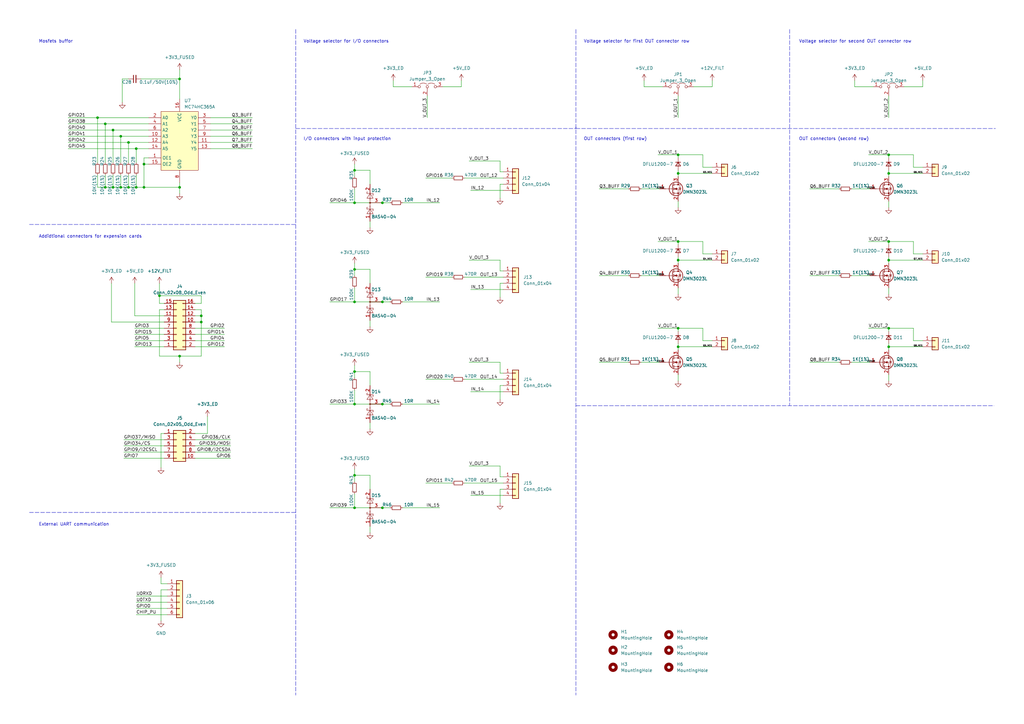
<source format=kicad_sch>
(kicad_sch (version 20211123) (generator eeschema)
  (paper "A3")
  (title_block (date "2024-01-29") (rev "0.1"))
  (lib_symbols
    (symbol "+3V3_ED_1" (power) (in_bom no) (on_board no)
      (property "Value" "+3V3_ED_1" (at 0 5.08 0))
      (symbol "+3V3_ED_1_1_1"
        (pin power_in line (at 0 0 90) (length 0) hide (name "+3V3_ED") (number "1"))
      )
    )
    (symbol "Connector_Generic:Conn_01x02" (pin_names (offset 1.016) hide)
      (property "Reference" "J" (at 0 2.54 0))
      (property "Value" "Conn_01x02" (at 0 -5.08 0))
      (symbol "Conn_01x02_1_1"
        (pin passive line (at -5.08 0 0) (length 3.81) (name "Pin_1") (number "1"))
        (pin passive line (at -5.08 -2.54 0) (length 3.81) (name "Pin_2") (number "2"))
      )
    )
    (symbol "Connector_Generic:Conn_01x04" (pin_names (offset 1.016) hide)
      (property "Reference" "J" (at 0 5.08 0))
      (property "Value" "Conn_01x04" (at 0 -7.62 0))
      (symbol "Conn_01x04_1_1"
        (pin passive line (at -5.08 2.54 0) (length 3.81) (name "Pin_1") (number "1"))
        (pin passive line (at -5.08 0 0) (length 3.81) (name "Pin_2") (number "2"))
        (pin passive line (at -5.08 -2.54 0) (length 3.81) (name "Pin_3") (number "3"))
        (pin passive line (at -5.08 -5.08 0) (length 3.81) (name "Pin_4") (number "4"))
      )
    )
    (symbol "Connector_Generic:Conn_01x06" (pin_names (offset 1.016) hide)
      (property "Reference" "J" (at 0 7.62 0))
      (property "Value" "Conn_01x06" (at 0 -10.16 0))
      (symbol "Conn_01x06_1_1"
        (pin passive line (at -5.08 5.08 0) (length 3.81) (name "Pin_1") (number "1"))
        (pin passive line (at -5.08 2.54 0) (length 3.81) (name "Pin_2") (number "2"))
        (pin passive line (at -5.08 0 0) (length 3.81) (name "Pin_3") (number "3"))
        (pin passive line (at -5.08 -2.54 0) (length 3.81) (name "Pin_4") (number "4"))
        (pin passive line (at -5.08 -5.08 0) (length 3.81) (name "Pin_5") (number "5"))
        (pin passive line (at -5.08 -7.62 0) (length 3.81) (name "Pin_6") (number "6"))
      )
    )
    (symbol "Connector_Generic:Conn_02x05_Odd_Even" (pin_names (offset 1.016) hide)
      (property "Reference" "J" (at 1.27 7.62 0))
      (property "Value" "Conn_02x05_Odd_Even" (at 1.27 -7.62 0))
      (symbol "Conn_02x05_Odd_Even_1_1"
        (pin passive line (at -5.08 5.08 0) (length 3.81) (name "Pin_1") (number "1"))
        (pin passive line (at 7.62 -5.08 180) (length 3.81) (name "Pin_10") (number "10"))
        (pin passive line (at 7.62 5.08 180) (length 3.81) (name "Pin_2") (number "2"))
        (pin passive line (at -5.08 2.54 0) (length 3.81) (name "Pin_3") (number "3"))
        (pin passive line (at 7.62 2.54 180) (length 3.81) (name "Pin_4") (number "4"))
        (pin passive line (at -5.08 0 0) (length 3.81) (name "Pin_5") (number "5"))
        (pin passive line (at 7.62 0 180) (length 3.81) (name "Pin_6") (number "6"))
        (pin passive line (at -5.08 -2.54 0) (length 3.81) (name "Pin_7") (number "7"))
        (pin passive line (at 7.62 -2.54 180) (length 3.81) (name "Pin_8") (number "8"))
        (pin passive line (at -5.08 -5.08 0) (length 3.81) (name "Pin_9") (number "9"))
      )
    )
    (symbol "Connector_Generic:Conn_02x08_Odd_Even" (pin_names (offset 1.016) hide)
      (property "Reference" "J" (at 1.27 10.16 0))
      (property "Value" "Conn_02x08_Odd_Even" (at 1.27 -12.7 0))
      (symbol "Conn_02x08_Odd_Even_1_1"
        (pin passive line (at -5.08 7.62 0) (length 3.81) (name "Pin_1") (number "1"))
        (pin passive line (at 7.62 -2.54 180) (length 3.81) (name "Pin_10") (number "10"))
        (pin passive line (at -5.08 -5.08 0) (length 3.81) (name "Pin_11") (number "11"))
        (pin passive line (at 7.62 -5.08 180) (length 3.81) (name "Pin_12") (number "12"))
        (pin passive line (at -5.08 -7.62 0) (length 3.81) (name "Pin_13") (number "13"))
        (pin passive line (at 7.62 -7.62 180) (length 3.81) (name "Pin_14") (number "14"))
        (pin passive line (at -5.08 -10.16 0) (length 3.81) (name "Pin_15") (number "15"))
        (pin passive line (at 7.62 -10.16 180) (length 3.81) (name "Pin_16") (number "16"))
        (pin passive line (at 7.62 7.62 180) (length 3.81) (name "Pin_2") (number "2"))
        (pin passive line (at -5.08 5.08 0) (length 3.81) (name "Pin_3") (number "3"))
        (pin passive line (at 7.62 5.08 180) (length 3.81) (name "Pin_4") (number "4"))
        (pin passive line (at -5.08 2.54 0) (length 3.81) (name "Pin_5") (number "5"))
        (pin passive line (at 7.62 2.54 180) (length 3.81) (name "Pin_6") (number "6"))
        (pin passive line (at -5.08 0 0) (length 3.81) (name "Pin_7") (number "7"))
        (pin passive line (at 7.62 0 180) (length 3.81) (name "Pin_8") (number "8"))
        (pin passive line (at -5.08 -2.54 0) (length 3.81) (name "Pin_9") (number "9"))
      )
    )
    (symbol "Device:C_Small" (pin_numbers hide) (pin_names (offset 0.254) hide)
      (property "Reference" "C" (at 0.254 1.778 0))
      (property "Value" "C_Small" (at 0.254 -2.032 0))
      (symbol "C_Small_1_1"
        (pin passive line (at 0 2.54 270) (length 2.032) (name "~") (number "1"))
        (pin passive line (at 0 -2.54 90) (length 2.032) (name "~") (number "2"))
      )
    )
    (symbol "Device:D_Small" (pin_numbers hide) (pin_names (offset 0.254) hide)
      (property "Reference" "D" (at -1.27 2.032 0))
      (property "Value" "D_Small" (at -3.81 -2.032 0))
      (symbol "D_Small_1_1"
        (pin passive line (at -2.54 0 0) (length 1.778) (name "K") (number "1"))
        (pin passive line (at 2.54 0 180) (length 1.778) (name "A") (number "2"))
      )
    )
    (symbol "Device:R_Small" (pin_numbers hide) (pin_names (offset 0.254) hide)
      (property "Reference" "R" (at 0.762 0.508 0))
      (property "Value" "R_Small" (at 0.762 -1.016 0))
      (symbol "R_Small_1_1"
        (pin passive line (at 0 2.54 270) (length 0.762) (name "~") (number "1"))
        (pin passive line (at 0 -2.54 90) (length 0.762) (name "~") (number "2"))
      )
    )
    (symbol "Diode:BAS40-04" (pin_names (offset 1.016))
      (property "Reference" "D" (at 0.635 -1.27 0))
      (property "Value" "BAS40-04" (at -6.35 5.715 0))
      (symbol "BAS40-04_1_1"
        (pin passive line (at -7.62 2.54 0) (length 3.81) (name "~") (number "1"))
        (pin passive line (at 7.62 2.54 180) (length 3.81) (name "~") (number "2"))
        (pin passive line (at 0 -2.54 90) (length 5.08) (name "~") (number "3"))
      )
    )
    (symbol "Jumper:Jumper_3_Open" (pin_names (offset 0) hide)
      (property "Reference" "JP" (at -2.54 -2.54 0))
      (property "Value" "Jumper_3_Open" (at 0 2.794 0))
      (symbol "Jumper_3_Open_1_1"
        (pin passive line (at -6.35 0 0) (length 2.54) (name "A") (number "1"))
        (pin passive line (at 0 -3.81 90) (length 2.54) (name "C") (number "2"))
        (pin passive line (at 6.35 0 180) (length 2.54) (name "B") (number "3"))
      )
    )
    (symbol "MC74HC365A:MC74HC365A"
      (property "Reference" "U" (at 0 12.7 0))
      (property "Value" "MC74HC365A" (at 0 10.16 0))
      (symbol "MC74HC365A_1_1"
        (pin input line (at -12.7 -16.51 0) (length 5.08) (name "OE1") (number "1"))
        (pin input line (at -12.7 -7.62 0) (length 5.08) (name "A3") (number "10"))
        (pin input line (at 12.7 -10.16 180) (length 5.08) (name "Y4") (number "11"))
        (pin input line (at -12.7 -10.16 0) (length 5.08) (name "A4") (number "12"))
        (pin input line (at 12.7 -12.7 180) (length 5.08) (name "Y5") (number "13"))
        (pin input line (at -12.7 -12.7 0) (length 5.08) (name "A5") (number "14"))
        (pin input line (at -12.7 -19.05 0) (length 5.08) (name "OE2") (number "15"))
        (pin input line (at 0 7.62 270) (length 5.08) (name "VCC") (number "16"))
        (pin input line (at -12.7 0 0) (length 5.08) (name "A0") (number "2"))
        (pin input line (at 12.7 0 180) (length 5.08) (name "Y0") (number "3"))
        (pin input line (at -12.7 -2.54 0) (length 5.08) (name "A1") (number "4"))
        (pin input line (at 12.7 -2.54 180) (length 5.08) (name "Y1") (number "5"))
        (pin input line (at -12.7 -5.08 0) (length 5.08) (name "A2") (number "6"))
        (pin input line (at 12.7 -5.08 180) (length 5.08) (name "Y2") (number "7"))
        (pin input line (at 0 -26.67 90) (length 5.08) (name "GND") (number "8"))
        (pin input line (at 12.7 -7.62 180) (length 5.08) (name "Y3") (number "9"))
      )
    )
    (symbol "Mechanical:MountingHole" (pin_names (offset 1.016))
      (property "Reference" "H" (at 0 5.08 0))
      (property "Value" "MountingHole" (at 0 3.175 0))
    )
    (symbol "POWER:+12V_FILT" (power) (in_bom no) (on_board no)
      (property "Value" "+12V_FILT" (at 0 6.35 0))
      (symbol "+12V_FILT_1_1"
        (pin power_in line (at 0 0 90) (length 0) hide (name "+12V_FILT") (number "1"))
      )
    )
    (symbol "POWER:+3V3_FUSED" (power) (in_bom no) (on_board no)
      (property "Value" "+3V3_FUSED" (at 0 5.08 0))
      (symbol "+3V3_FUSED_1_1"
        (pin power_in line (at 0 0 90) (length 0) hide (name "+3V3_FUSED") (number "1"))
      )
    )
    (symbol "POWER:+5V_ED" (power) (in_bom no) (on_board no)
      (property "Value" "+5V_ED" (at 0 5.08 0))
      (symbol "+5V_ED_1_1"
        (pin power_in line (at 0 0 90) (length 0) hide (name "+5V_ED") (number "1"))
      )
    )
    (symbol "Transistor_FET:2N7002" (pin_names hide)
      (property "Reference" "Q" (at 5.08 1.905 0))
      (property "Value" "2N7002" (at 5.08 0 0))
      (symbol "2N7002_1_1"
        (pin input line (at -5.08 0 0) (length 2.54) (name "G") (number "1"))
        (pin passive line (at 2.54 -5.08 90) (length 2.54) (name "S") (number "2"))
        (pin passive line (at 2.54 5.08 270) (length 2.54) (name "D") (number "3"))
      )
    )
    (symbol "power:GND" (power) (pin_names (offset 0))
      (property "Value" "GND" (at 0 -3.81 0))
      (symbol "GND_1_1"
        (pin power_in line (at 0 0 270) (length 0) hide (name "GND") (number "1"))
      )
    )
  )
  (junction (at 46.355 53.34))
  (junction (at 55.88 76.835))
  (junction (at 145.415 69.85))
  (junction (at 82.55 129.54))
  (junction (at 52.705 58.42))
  (junction (at 278.13 134.62))
  (junction (at 55.88 60.96))
  (junction (at 278.13 142.24))
  (junction (at 73.66 32.385))
  (junction (at 49.53 76.835))
  (junction (at 40.005 48.26))
  (junction (at 49.53 55.88))
  (junction (at 364.49 134.62))
  (junction (at 278.13 106.68))
  (junction (at 364.49 106.68))
  (junction (at 364.49 99.06))
  (junction (at 278.13 63.5))
  (junction (at 145.415 165.735))
  (junction (at 65.405 121.285))
  (junction (at 145.415 152.4))
  (junction (at 145.415 83.185))
  (junction (at 156.845 165.735))
  (junction (at 145.415 110.49))
  (junction (at 145.415 194.945))
  (junction (at 52.705 76.835))
  (junction (at 156.845 123.825))
  (junction (at 278.13 99.06))
  (junction (at 364.49 142.24))
  (junction (at 364.49 63.5))
  (junction (at 364.49 71.12))
  (junction (at 82.55 132.08))
  (junction (at 145.415 208.28))
  (junction (at 156.845 83.185))
  (junction (at 73.66 146.05))
  (junction (at 59.055 67.31))
  (junction (at 59.055 76.835))
  (junction (at 156.845 208.28))
  (junction (at 73.66 76.835))
  (junction (at 43.18 50.8))
  (junction (at 43.18 76.835))
  (junction (at 46.355 76.835))
  (junction (at 145.415 123.825))
  (junction (at 278.13 71.12))
  (wire (pts (xy 151.765 90.805) (xy 151.765 93.345)))
  (wire (pts (xy 145.415 118.11) (xy 145.415 123.825)))
  (wire (pts (xy 278.13 135.89) (xy 278.13 134.62)))
  (wire (pts (xy 45.72 116.205) (xy 45.72 132.08)))
  (wire (pts (xy 145.415 67.31) (xy 145.415 69.85)))
  (wire (pts (xy 145.415 194.945) (xy 145.415 197.485)))
  (wire (pts (xy 43.18 76.835) (xy 46.355 76.835)))
  (wire (pts (xy 356.235 99.06) (xy 364.49 99.06)))
  (wire (pts (xy 151.765 194.945) (xy 145.415 194.945)))
  (wire (pts (xy 364.49 39.37) (xy 364.49 48.26)))
  (wire (pts (xy 350.52 35.56) (xy 350.52 33.02)))
  (wire (pts (xy 145.415 123.825) (xy 156.845 123.825)))
  (wire (pts (xy 190.5 198.12) (xy 206.375 198.12)))
  (wire (pts (xy 82.55 124.46) (xy 82.55 121.285)))
  (wire (pts (xy 145.415 202.565) (xy 145.415 208.28)))
  (wire (pts (xy 192.405 66.04) (xy 205.105 66.04)))
  (wire (pts (xy 86.36 53.34) (xy 103.505 53.34)))
  (wire (pts (xy 278.13 142.24) (xy 292.1 142.24)))
  (wire (pts (xy 278.13 140.97) (xy 278.13 142.24)))
  (wire (pts (xy 80.01 124.46) (xy 82.55 124.46)))
  (wire (pts (xy 292.1 35.56) (xy 292.1 33.02)))
  (polyline (pts (xy 121.285 12.065) (xy 121.285 285.115)))
  (wire (pts (xy 50.8 180.34) (xy 67.31 180.34)))
  (wire (pts (xy 86.36 48.26) (xy 103.505 48.26)))
  (wire (pts (xy 52.705 58.42) (xy 52.705 66.675)))
  (wire (pts (xy 205.105 195.58) (xy 205.105 191.135)))
  (wire (pts (xy 50.8 185.42) (xy 67.31 185.42)))
  (wire (pts (xy 205.105 153.035) (xy 205.105 148.59)))
  (wire (pts (xy 364.49 134.62) (xy 374.65 134.62)))
  (wire (pts (xy 151.765 152.4) (xy 145.415 152.4)))
  (wire (pts (xy 73.66 74.93) (xy 73.66 76.835)))
  (wire (pts (xy 80.01 182.88) (xy 94.615 182.88)))
  (wire (pts (xy 73.66 76.835) (xy 73.66 79.375)))
  (wire (pts (xy 364.49 82.55) (xy 364.49 85.09)))
  (wire (pts (xy 151.765 131.445) (xy 151.765 133.985)))
  (wire (pts (xy 73.66 146.05) (xy 82.55 146.05)))
  (wire (pts (xy 374.65 139.7) (xy 378.46 139.7)))
  (wire (pts (xy 278.13 100.33) (xy 278.13 99.06)))
  (wire (pts (xy 378.46 35.56) (xy 378.46 33.02)))
  (wire (pts (xy 245.745 77.47) (xy 257.81 77.47)))
  (wire (pts (xy 374.65 104.14) (xy 378.46 104.14)))
  (wire (pts (xy 278.13 72.39) (xy 278.13 71.12)))
  (wire (pts (xy 55.245 142.24) (xy 67.31 142.24)))
  (wire (pts (xy 27.94 48.26) (xy 40.005 48.26)))
  (wire (pts (xy 86.36 55.88) (xy 103.505 55.88)))
  (wire (pts (xy 364.49 142.24) (xy 378.46 142.24)))
  (wire (pts (xy 156.845 123.825) (xy 160.02 123.825)))
  (wire (pts (xy 205.105 116.205) (xy 205.105 121.92)))
  (wire (pts (xy 205.105 158.115) (xy 205.105 163.83)))
  (polyline (pts (xy 236.22 12.065) (xy 236.22 285.115)))
  (wire (pts (xy 364.49 135.89) (xy 364.49 134.62)))
  (wire (pts (xy 65.405 121.285) (xy 65.405 116.205)))
  (wire (pts (xy 358.14 35.56) (xy 350.52 35.56)))
  (wire (pts (xy 66.04 236.855) (xy 66.04 239.395)))
  (wire (pts (xy 50.165 32.385) (xy 50.165 41.91)))
  (wire (pts (xy 135.255 123.825) (xy 145.415 123.825)))
  (wire (pts (xy 57.785 32.385) (xy 73.66 32.385)))
  (wire (pts (xy 145.415 160.02) (xy 145.415 165.735)))
  (wire (pts (xy 66.04 239.395) (xy 68.58 239.395)))
  (wire (pts (xy 60.96 64.77) (xy 59.055 64.77)))
  (wire (pts (xy 43.18 71.755) (xy 43.18 76.835)))
  (wire (pts (xy 80.01 185.42) (xy 94.615 185.42)))
  (wire (pts (xy 206.375 111.125) (xy 205.105 111.125)))
  (wire (pts (xy 67.31 124.46) (xy 65.405 124.46)))
  (wire (pts (xy 65.405 124.46) (xy 65.405 121.285)))
  (wire (pts (xy 165.1 83.185) (xy 180.34 83.185)))
  (wire (pts (xy 374.65 134.62) (xy 374.65 139.7)))
  (wire (pts (xy 67.31 127) (xy 65.405 127)))
  (wire (pts (xy 374.65 68.58) (xy 378.46 68.58)))
  (wire (pts (xy 349.25 148.59) (xy 356.87 148.59)))
  (wire (pts (xy 80.01 180.34) (xy 94.615 180.34)))
  (wire (pts (xy 80.01 177.8) (xy 85.09 177.8)))
  (wire (pts (xy 65.405 121.285) (xy 82.55 121.285)))
  (wire (pts (xy 82.55 127) (xy 82.55 129.54)))
  (wire (pts (xy 174.625 198.12) (xy 185.42 198.12)))
  (wire (pts (xy 55.88 244.475) (xy 68.58 244.475)))
  (wire (pts (xy 59.055 67.31) (xy 60.96 67.31)))
  (wire (pts (xy 73.66 32.385) (xy 73.66 40.64)))
  (wire (pts (xy 80.01 187.96) (xy 94.615 187.96)))
  (wire (pts (xy 151.765 200.66) (xy 151.765 194.945)))
  (wire (pts (xy 55.88 252.095) (xy 68.58 252.095)))
  (wire (pts (xy 145.415 77.47) (xy 145.415 83.185)))
  (wire (pts (xy 278.13 69.85) (xy 278.13 71.12)))
  (wire (pts (xy 269.875 134.62) (xy 278.13 134.62)))
  (wire (pts (xy 27.94 58.42) (xy 52.705 58.42)))
  (wire (pts (xy 145.415 83.185) (xy 156.845 83.185)))
  (wire (pts (xy 65.405 146.05) (xy 73.66 146.05)))
  (wire (pts (xy 168.91 35.56) (xy 161.29 35.56)))
  (wire (pts (xy 86.36 58.42) (xy 103.505 58.42)))
  (wire (pts (xy 288.29 68.58) (xy 292.1 68.58)))
  (wire (pts (xy 192.405 191.135) (xy 205.105 191.135)))
  (wire (pts (xy 73.66 28.575) (xy 73.66 32.385)))
  (wire (pts (xy 55.88 71.755) (xy 55.88 76.835)))
  (wire (pts (xy 364.49 64.77) (xy 364.49 63.5)))
  (wire (pts (xy 82.55 129.54) (xy 82.55 132.08)))
  (wire (pts (xy 205.105 70.485) (xy 205.105 66.04)))
  (wire (pts (xy 145.415 107.95) (xy 145.415 110.49)))
  (wire (pts (xy 52.705 76.835) (xy 55.88 76.835)))
  (wire (pts (xy 364.49 143.51) (xy 364.49 142.24)))
  (wire (pts (xy 27.94 53.34) (xy 46.355 53.34)))
  (wire (pts (xy 86.36 50.8) (xy 103.505 50.8)))
  (wire (pts (xy 205.105 75.565) (xy 205.105 81.28)))
  (wire (pts (xy 165.1 208.28) (xy 180.34 208.28)))
  (wire (pts (xy 80.01 129.54) (xy 82.55 129.54)))
  (wire (pts (xy 55.245 137.16) (xy 67.31 137.16)))
  (wire (pts (xy 174.625 155.575) (xy 185.42 155.575)))
  (wire (pts (xy 288.29 104.14) (xy 292.1 104.14)))
  (wire (pts (xy 27.94 55.88) (xy 49.53 55.88)))
  (wire (pts (xy 55.88 66.675) (xy 55.88 60.96)))
  (wire (pts (xy 278.13 107.95) (xy 278.13 106.68)))
  (wire (pts (xy 206.375 158.115) (xy 205.105 158.115)))
  (wire (pts (xy 332.105 148.59) (xy 344.17 148.59)))
  (wire (pts (xy 288.29 134.62) (xy 288.29 139.7)))
  (wire (pts (xy 156.845 83.185) (xy 160.02 83.185)))
  (wire (pts (xy 40.005 48.26) (xy 40.005 66.675)))
  (wire (pts (xy 364.49 106.68) (xy 378.46 106.68)))
  (wire (pts (xy 86.36 60.96) (xy 103.505 60.96)))
  (wire (pts (xy 49.53 71.755) (xy 49.53 76.835)))
  (wire (pts (xy 52.705 58.42) (xy 60.96 58.42)))
  (wire (pts (xy 66.04 177.8) (xy 66.04 191.77)))
  (wire (pts (xy 278.13 134.62) (xy 288.29 134.62)))
  (wire (pts (xy 288.29 139.7) (xy 292.1 139.7)))
  (wire (pts (xy 52.705 32.385) (xy 50.165 32.385)))
  (wire (pts (xy 271.78 35.56) (xy 264.16 35.56)))
  (wire (pts (xy 145.415 69.85) (xy 145.415 72.39)))
  (wire (pts (xy 85.09 170.815) (xy 85.09 177.8)))
  (wire (pts (xy 59.055 64.77) (xy 59.055 67.31)))
  (wire (pts (xy 288.29 63.5) (xy 288.29 68.58)))
  (polyline (pts (xy 12.065 92.075) (xy 121.285 92.075)))
  (wire (pts (xy 40.005 48.26) (xy 60.96 48.26)))
  (wire (pts (xy 55.88 247.015) (xy 68.58 247.015)))
  (wire (pts (xy 284.48 35.56) (xy 292.1 35.56)))
  (wire (pts (xy 193.04 78.105) (xy 206.375 78.105)))
  (wire (pts (xy 262.89 77.47) (xy 270.51 77.47)))
  (wire (pts (xy 190.5 113.665) (xy 206.375 113.665)))
  (wire (pts (xy 135.255 83.185) (xy 145.415 83.185)))
  (wire (pts (xy 174.625 73.025) (xy 185.42 73.025)))
  (wire (pts (xy 364.49 100.33) (xy 364.49 99.06)))
  (wire (pts (xy 332.105 113.03) (xy 344.17 113.03)))
  (wire (pts (xy 59.055 76.835) (xy 73.66 76.835)))
  (wire (pts (xy 46.355 71.755) (xy 46.355 76.835)))
  (wire (pts (xy 55.88 249.555) (xy 68.58 249.555)))
  (wire (pts (xy 192.405 106.68) (xy 205.105 106.68)))
  (wire (pts (xy 55.245 139.7) (xy 67.31 139.7)))
  (wire (pts (xy 174.625 113.665) (xy 185.42 113.665)))
  (wire (pts (xy 278.13 153.67) (xy 278.13 156.21)))
  (wire (pts (xy 151.765 75.565) (xy 151.765 69.85)))
  (wire (pts (xy 349.25 77.47) (xy 356.87 77.47)))
  (wire (pts (xy 278.13 71.12) (xy 292.1 71.12)))
  (wire (pts (xy 40.005 71.755) (xy 40.005 76.835)))
  (wire (pts (xy 50.8 187.96) (xy 67.31 187.96)))
  (wire (pts (xy 80.01 139.7) (xy 92.075 139.7)))
  (wire (pts (xy 43.18 50.8) (xy 60.96 50.8)))
  (wire (pts (xy 193.04 203.2) (xy 206.375 203.2)))
  (wire (pts (xy 49.53 55.88) (xy 60.96 55.88)))
  (wire (pts (xy 55.245 134.62) (xy 67.31 134.62)))
  (wire (pts (xy 181.61 35.56) (xy 189.23 35.56)))
  (wire (pts (xy 151.765 215.9) (xy 151.765 218.44)))
  (wire (pts (xy 364.49 69.85) (xy 364.49 71.12)))
  (wire (pts (xy 288.29 99.06) (xy 288.29 104.14)))
  (wire (pts (xy 193.04 118.745) (xy 206.375 118.745)))
  (wire (pts (xy 40.005 76.835) (xy 43.18 76.835)))
  (wire (pts (xy 49.53 55.88) (xy 49.53 66.675)))
  (wire (pts (xy 55.88 60.96) (xy 60.96 60.96)))
  (wire (pts (xy 67.31 129.54) (xy 55.245 129.54)))
  (wire (pts (xy 364.49 99.06) (xy 374.65 99.06)))
  (wire (pts (xy 151.765 158.115) (xy 151.765 152.4)))
  (wire (pts (xy 66.04 241.935) (xy 68.58 241.935)))
  (wire (pts (xy 190.5 155.575) (xy 206.375 155.575)))
  (wire (pts (xy 73.66 146.05) (xy 73.66 148.59)))
  (wire (pts (xy 65.405 127) (xy 65.405 146.05)))
  (wire (pts (xy 364.49 118.11) (xy 364.49 120.65)))
  (wire (pts (xy 66.04 241.935) (xy 66.04 254.635)))
  (wire (pts (xy 278.13 99.06) (xy 288.29 99.06)))
  (wire (pts (xy 190.5 73.025) (xy 206.375 73.025)))
  (wire (pts (xy 278.13 118.11) (xy 278.13 120.65)))
  (wire (pts (xy 80.01 134.62) (xy 92.075 134.62)))
  (wire (pts (xy 364.49 72.39) (xy 364.49 71.12)))
  (wire (pts (xy 332.105 77.47) (xy 344.17 77.47)))
  (wire (pts (xy 374.65 63.5) (xy 374.65 68.58)))
  (wire (pts (xy 145.415 110.49) (xy 145.415 113.03)))
  (wire (pts (xy 206.375 70.485) (xy 205.105 70.485)))
  (wire (pts (xy 52.705 71.755) (xy 52.705 76.835)))
  (wire (pts (xy 193.04 160.655) (xy 206.375 160.655)))
  (polyline (pts (xy 236.22 52.705) (xy 408.305 52.705)))
  (wire (pts (xy 278.13 106.68) (xy 292.1 106.68)))
  (wire (pts (xy 46.355 53.34) (xy 60.96 53.34)))
  (wire (pts (xy 145.415 192.405) (xy 145.415 194.945)))
  (wire (pts (xy 135.255 165.735) (xy 145.415 165.735)))
  (wire (pts (xy 80.01 127) (xy 82.55 127)))
  (polyline (pts (xy 12.065 210.185) (xy 121.285 210.185)))
  (wire (pts (xy 145.415 208.28) (xy 156.845 208.28)))
  (wire (pts (xy 80.01 142.24) (xy 92.075 142.24)))
  (wire (pts (xy 55.245 129.54) (xy 55.245 116.205)))
  (wire (pts (xy 245.745 148.59) (xy 257.81 148.59)))
  (wire (pts (xy 145.415 152.4) (xy 145.415 154.94)))
  (wire (pts (xy 374.65 99.06) (xy 374.65 104.14)))
  (wire (pts (xy 206.375 153.035) (xy 205.105 153.035)))
  (wire (pts (xy 245.745 113.03) (xy 257.81 113.03)))
  (wire (pts (xy 165.1 165.735) (xy 180.34 165.735)))
  (wire (pts (xy 269.875 99.06) (xy 278.13 99.06)))
  (wire (pts (xy 364.49 63.5) (xy 374.65 63.5)))
  (wire (pts (xy 156.845 165.735) (xy 160.02 165.735)))
  (wire (pts (xy 278.13 82.55) (xy 278.13 85.09)))
  (wire (pts (xy 269.875 63.5) (xy 278.13 63.5)))
  (wire (pts (xy 364.49 153.67) (xy 364.49 156.21)))
  (wire (pts (xy 262.89 148.59) (xy 270.51 148.59)))
  (wire (pts (xy 206.375 195.58) (xy 205.105 195.58)))
  (wire (pts (xy 356.235 134.62) (xy 364.49 134.62)))
  (wire (pts (xy 364.49 71.12) (xy 378.46 71.12)))
  (wire (pts (xy 264.16 35.56) (xy 264.16 33.02)))
  (wire (pts (xy 370.84 35.56) (xy 378.46 35.56)))
  (wire (pts (xy 206.375 200.66) (xy 205.105 200.66)))
  (wire (pts (xy 145.415 149.86) (xy 145.415 152.4)))
  (wire (pts (xy 364.49 140.97) (xy 364.49 142.24)))
  (wire (pts (xy 67.31 177.8) (xy 66.04 177.8)))
  (wire (pts (xy 50.8 182.88) (xy 67.31 182.88)))
  (wire (pts (xy 27.94 50.8) (xy 43.18 50.8)))
  (wire (pts (xy 205.105 200.66) (xy 205.105 206.375)))
  (polyline (pts (xy 323.85 12.065) (xy 323.85 166.37)))
  (polyline (pts (xy 121.285 52.705) (xy 236.22 52.705)))
  (wire (pts (xy 278.13 39.37) (xy 278.13 48.26)))
  (wire (pts (xy 278.13 64.77) (xy 278.13 63.5)))
  (wire (pts (xy 151.765 69.85) (xy 145.415 69.85)))
  (wire (pts (xy 45.72 132.08) (xy 67.31 132.08)))
  (wire (pts (xy 46.355 76.835) (xy 49.53 76.835)))
  (wire (pts (xy 356.235 63.5) (xy 364.49 63.5)))
  (polyline (pts (xy 236.22 166.37) (xy 407.67 166.37)))
  (wire (pts (xy 151.765 173.355) (xy 151.765 175.895)))
  (wire (pts (xy 206.375 116.205) (xy 205.105 116.205)))
  (wire (pts (xy 151.765 110.49) (xy 145.415 110.49)))
  (wire (pts (xy 135.255 208.28) (xy 145.415 208.28)))
  (wire (pts (xy 161.29 35.56) (xy 161.29 33.02)))
  (wire (pts (xy 49.53 76.835) (xy 52.705 76.835)))
  (wire (pts (xy 206.375 75.565) (xy 205.105 75.565)))
  (wire (pts (xy 151.765 116.205) (xy 151.765 110.49)))
  (wire (pts (xy 156.845 208.28) (xy 160.02 208.28)))
  (wire (pts (xy 59.055 76.835) (xy 59.055 67.31)))
  (wire (pts (xy 278.13 143.51) (xy 278.13 142.24)))
  (wire (pts (xy 262.89 113.03) (xy 270.51 113.03)))
  (wire (pts (xy 278.13 63.5) (xy 288.29 63.5)))
  (wire (pts (xy 80.01 137.16) (xy 92.075 137.16)))
  (wire (pts (xy 175.26 39.37) (xy 175.26 48.26)))
  (wire (pts (xy 364.49 105.41) (xy 364.49 106.68)))
  (wire (pts (xy 205.105 111.125) (xy 205.105 106.68)))
  (wire (pts (xy 349.25 113.03) (xy 356.87 113.03)))
  (wire (pts (xy 55.88 76.835) (xy 59.055 76.835)))
  (wire (pts (xy 278.13 105.41) (xy 278.13 106.68)))
  (wire (pts (xy 82.55 132.08) (xy 82.55 146.05)))
  (wire (pts (xy 27.94 60.96) (xy 55.88 60.96)))
  (wire (pts (xy 43.18 50.8) (xy 43.18 66.675)))
  (wire (pts (xy 364.49 107.95) (xy 364.49 106.68)))
  (wire (pts (xy 189.23 35.56) (xy 189.23 33.02)))
  (polyline (pts (xy 236.22 52.07) (xy 236.22 52.705)))
  (wire (pts (xy 192.405 148.59) (xy 205.105 148.59)))
  (wire (pts (xy 46.355 53.34) (xy 46.355 66.675)))
  (wire (pts (xy 165.1 123.825) (xy 180.34 123.825)))
  (wire (pts (xy 80.01 132.08) (xy 82.55 132.08)))
  (wire (pts (xy 145.415 165.735) (xy 156.845 165.735)))
  (text "OUT connectors (second row)" (at 327.66 57.785 0) (effects (font (size 1.27 1.27)) (justify left bottom)))
  (text "Voltage selector for second OUT connector row" (at 327.66 17.78 0) (effects (font (size 1.27 1.27)) (justify left bottom)))
  (text "Mosfets buffor" (at 15.875 17.78 0) (effects (font (size 1.27 1.27)) (justify left bottom)))
  (text "I/O connectors with input protection" (at 124.46 57.785 0) (effects (font (size 1.27 1.27)) (justify left bottom)))
  (text "External UART communication" (at 15.875 215.9 0) (effects (font (size 1.27 1.27)) (justify left bottom)))
  (text "Voltage selector for I/O connectors" (at 124.46 17.78 0) (effects (font (size 1.27 1.27)) (justify left bottom)))
  (text "OUT connectors (first row)" (at 239.395 57.785 0) (effects (font (size 1.27 1.27)) (justify left bottom)))
  (text "Voltage selector for first OUT connector row" (at 239.395 17.78 0) (effects (font (size 1.27 1.27)) (justify left bottom)))
  (text "Addidtional connectors for expension cards" (at 15.875 97.79 0) (effects (font (size 1.27 1.27)) (justify left bottom)))
  (label "GPIO40" (at 27.94 53.34 0))
  (label "GPIO2" (at 92.075 134.62 180))
  (label "V_OUT_3" (at 192.405 106.68 0))
  (label "R30Q4" (at 269.24 113.03 0) (effects (font (size 0.63 0.63))))
  (label "Q5_NEG" (at 288.29 142.24 0) (effects (font (size 0.63 0.63))))
  (label "Q3_BUFF" (at 103.505 48.26 180))
  (label "Q5_BUFF" (at 103.505 53.34 180))
  (label "V_OUT_3" (at 192.405 191.135 0))
  (label "GPIO35{slash}MOSI" (at 94.615 182.88 180))
  (label "R34Q8" (at 355.6 148.59 0) (effects (font (size 0.63 0.63))))
  (label "V_OUT_1" (at 278.13 48.26 90))
  (label "GPIO6" (at 94.615 187.96 180))
  (label "IN_14" (at 193.04 160.655 0))
  (label "GPIO36{slash}CLK" (at 94.615 180.34 180))
  (label "CHIP_PU" (at 55.88 252.095 0))
  (label "GPIO19" (at 174.625 113.665 0))
  (label "Q8_BUFF" (at 103.505 60.96 180))
  (label "V_OUT_3" (at 175.26 48.26 90))
  (label "Q4_BUFF" (at 245.745 113.03 0))
  (label "Q6_BUFF" (at 103.505 55.88 180))
  (label "OUT_12" (at 196.85 73.025 0))
  (label "GPIO4" (at 92.075 139.7 180))
  (label "GPIO39" (at 135.255 208.28 0))
  (label "U0RXD" (at 55.88 244.475 0))
  (label "IN_13" (at 193.04 118.745 0))
  (label "GPIO17" (at 135.255 123.825 0))
  (label "GPIO14" (at 92.075 137.16 180))
  (label "Q3_NEG" (at 288.29 71.12 0) (effects (font (size 0.63 0.63))))
  (label "IN_15" (at 193.04 203.2 0))
  (label "IN_15" (at 180.34 208.28 180))
  (label "GPIO0" (at 55.88 249.555 0))
  (label "Q7_NEG" (at 374.65 106.68 0) (effects (font (size 0.63 0.63))))
  (label "GPIO13" (at 55.245 142.24 0))
  (label "GPIO5" (at 55.245 139.7 0))
  (label "V_OUT_1" (at 269.875 134.62 0))
  (label "GPIO15" (at 55.245 137.16 0))
  (label "Q3_BUFF" (at 245.745 77.47 0))
  (label "GPIO33" (at 135.255 165.735 0))
  (label "GPIO8{slash}I2CSDA" (at 94.615 185.42 180))
  (label "R33Q7" (at 355.6 113.03 0) (effects (font (size 0.63 0.63))))
  (label "GPIO3" (at 55.245 134.62 0))
  (label "GPIO42" (at 27.94 58.42 0))
  (label "GPIO7" (at 50.8 187.96 0))
  (label "GPIO16" (at 174.625 73.025 0))
  (label "V_OUT_2" (at 356.235 63.5 0))
  (label "GPIO9{slash}I2CSCL" (at 50.8 185.42 0))
  (label "GPIO45" (at 27.94 60.96 0))
  (label "U0TXD" (at 55.88 247.015 0))
  (label "OUT_13" (at 196.85 113.665 0))
  (label "GPIO21" (at 27.94 48.26 0))
  (label "GPIO34{slash}CS" (at 50.8 182.88 0))
  (label "V_OUT_2" (at 364.49 48.26 90))
  (label "R32Q6" (at 355.6 77.47 0) (effects (font (size 0.63 0.63))))
  (label "GPIO37{slash}MISO" (at 50.8 180.34 0))
  (label "V_OUT_1" (at 269.875 63.5 0))
  (label "IN_13" (at 180.34 123.825 180))
  (label "V_OUT_3" (at 192.405 66.04 0))
  (label "GPIO20" (at 174.625 155.575 0))
  (label "V_OUT_2" (at 356.235 134.62 0))
  (label "IN_14" (at 180.34 165.735 180))
  (label "OUT_14" (at 196.85 155.575 0))
  (label "Q7_BUFF" (at 332.105 113.03 0))
  (label "V_OUT_3" (at 192.405 148.59 0))
  (label "OUT_15" (at 196.85 198.12 0))
  (label "V_OUT_1" (at 269.875 99.06 0))
  (label "IN_12" (at 193.04 78.105 0))
  (label "IN_12" (at 180.34 83.185 180))
  (label "Q4_NEG" (at 288.29 106.68 0) (effects (font (size 0.63 0.63))))
  (label "Q6_BUFF" (at 332.105 77.47 0))
  (label "Q5_BUFF" (at 245.745 148.59 0))
  (label "GPIO38" (at 27.94 50.8 0))
  (label "Q6_NEG" (at 374.65 71.12 0) (effects (font (size 0.63 0.63))))
  (label "GPIO12" (at 92.075 142.24 180))
  (label "R31Q5" (at 269.24 148.59 0) (effects (font (size 0.63 0.63))))
  (label "GPIO41" (at 27.94 55.88 0))
  (label "Q8_BUFF" (at 332.105 148.59 0))
  (label "Q8_NEG" (at 374.65 142.24 0) (effects (font (size 0.63 0.63))))
  (label "GPIO11" (at 174.625 198.12 0))
  (label "R29Q3" (at 269.24 77.47 0) (effects (font (size 0.63 0.63))))
  (label "GPIO46" (at 135.255 83.185 0))
  (label "Q4_BUFF" (at 103.505 50.8 180))
  (label "Q7_BUFF" (at 103.505 58.42 180))
  (label "V_OUT_2" (at 356.235 99.06 0))
  (symbol (lib_id "power:GND") (at 73.66 79.375 0) (unit 1)
    (property "Reference" "#PWR048" (effects hide))
    (property "Value" "GND" (effects hide))
  )
  (symbol (lib_name "+3V3_ED_1") (lib_id "POWER:+3V3_ED") (at 45.72 116.205 0) (unit 1) (in_bom no) (on_board no)
    (property "Reference" "#PWR044" (effects hide))
    (property "Value" "+3V3_ED" (at 45.72 111.125 0))
  )
  (symbol (lib_name "+3V3_ED_1") (lib_id "POWER:+3V3_ED") (at 161.29 33.02 0) (unit 1) (in_bom no) (on_board no)
    (property "Reference" "#PWR0107" (effects hide))
    (property "Value" "+3V3_ED" (at 161.29 27.94 0))
  )
  (symbol (lib_id "Device:R_Small") (at 346.71 113.03 90) (unit 1)
    (property "Reference" "R33" (at 342.9 111.76 90))
    (property "Value" "1K(1%)" (at 353.06 111.76 90))
    (property "Footprint" "Resistor_SMD:R_0805_2012Metric" (effects hide))
  )
  (symbol (lib_id "Mechanical:MountingHole") (at 251.46 266.7 0) (unit 1)
    (property "Reference" "H2" (at 254.635 265.4299 0) (effects (justify left)))
    (property "Value" "MountingHole" (at 254.635 267.9699 0) (effects (justify left)))
    (property "Footprint" "MountingHole:MountingHole_3.2mm_M3" (effects hide))
  )
  (symbol (lib_id "Device:R_Small") (at 52.705 69.215 0) (unit 1)
    (property "Reference" "R27" (at 51.435 64.135 90) (effects (justify right)))
    (property "Value" "10K(1%)" (at 51.435 71.755 90) (effects (justify right)))
    (property "Footprint" "Resistor_SMD:R_0805_2012Metric" (effects hide))
  )
  (symbol (lib_id "Device:R_Small") (at 346.71 77.47 90) (unit 1)
    (property "Reference" "R32" (at 342.9 76.2 90))
    (property "Value" "1K(1%)" (at 353.06 76.2 90))
    (property "Footprint" "Resistor_SMD:R_0805_2012Metric" (effects hide))
  )
  (symbol (lib_id "Jumper:Jumper_3_Open") (at 175.26 35.56 0) (unit 1)
    (property "Reference" "JP3" (at 175.26 29.845 0))
    (property "Value" "Jumper_3_Open" (at 175.26 32.385 0))
    (property "Footprint" "Connector_PinHeader_2.54mm:PinHeader_1x03_P2.54mm_Vertical" (effects hide))
  )
  (symbol (lib_id "Device:C_Small") (at 55.245 32.385 90) (unit 1)
    (property "Reference" "C28" (at 53.975 33.655 90) (effects (justify left)))
    (property "Value" "0.1uF/50V(10%)" (at 73.025 33.655 90) (effects (justify left)))
    (property "Footprint" "Capacitor_SMD:C_0805_2012Metric" (effects hide))
  )
  (symbol (lib_id "power:GND") (at 151.765 133.985 0) (unit 1)
    (property "Reference" "#PWR069" (effects hide))
    (property "Value" "GND" (effects hide))
  )
  (symbol (lib_id "Device:R_Small") (at 260.35 77.47 90) (unit 1)
    (property "Reference" "R29" (at 256.54 76.2 90))
    (property "Value" "1K(1%)" (at 266.7 76.2 90))
    (property "Footprint" "Resistor_SMD:R_0805_2012Metric" (effects hide))
  )
  (symbol (lib_id "power:GND") (at 66.04 191.77 0) (unit 1)
    (property "Reference" "#PWR0110" (effects hide))
    (property "Value" "GND" (effects hide))
  )
  (symbol (lib_id "POWER:+3V3_FUSED") (at 145.415 192.405 0) (unit 1) (in_bom no) (on_board no)
    (property "Reference" "#PWR065" (effects hide))
    (property "Value" "+3V3_FUSED" (at 145.415 187.96 0))
  )
  (symbol (lib_id "MC74HC365A:MC74HC365A") (at 73.66 48.26 0) (unit 1)
    (property "Reference" "U7" (at 75.565 41.275 0) (effects (justify left)))
    (property "Value" "MC74HC365A" (at 75.565 43.815 0) (effects (justify left)))
    (property "Footprint" "Package_SO:TSSOP-16_4.4x5mm_P0.65mm" (effects hide))
  )
  (symbol (lib_id "Connector_Generic:Conn_01x02") (at 383.54 139.7 0) (unit 1)
    (property "Reference" "J11" (at 386.08 139.6999 0) (effects (justify left)))
    (property "Value" "Conn_01x02" (at 386.08 142.2399 0) (effects (justify left)))
    (property "Footprint" "Connector_Molex:Molex_KK-254_AE-6410-02A_1x02_P2.54mm_Vertical" (effects hide))
  )
  (symbol (lib_id "Device:R_Small") (at 162.56 208.28 90) (unit 1)
    (property "Reference" "R46" (at 158.75 207.01 90))
    (property "Value" "10R" (at 167.64 207.01 90))
    (property "Footprint" "Resistor_SMD:R_0805_2012Metric" (effects hide))
  )
  (symbol (lib_id "Connector_Generic:Conn_01x02") (at 297.18 104.14 0) (unit 1)
    (property "Reference" "J7" (at 299.72 104.1399 0) (effects (justify left)))
    (property "Value" "Conn_01x02" (at 299.72 106.6799 0) (effects (justify left)))
    (property "Footprint" "Connector_Molex:Molex_KK-254_AE-6410-02A_1x02_P2.54mm_Vertical" (effects hide))
  )
  (symbol (lib_name "+3V3_ED_1") (lib_id "POWER:+3V3_ED") (at 350.52 33.02 0) (unit 1) (in_bom no) (on_board no)
    (property "Reference" "#PWR0104" (effects hide))
    (property "Value" "+3V3_ED" (at 350.52 27.94 0))
  )
  (symbol (lib_id "Connector_Generic:Conn_01x04") (at 211.455 113.665 0) (unit 1)
    (property "Reference" "J13" (at 214.63 113.6649 0) (effects (justify left)))
    (property "Value" "Conn_01x04" (at 214.63 116.2049 0) (effects (justify left)))
    (property "Footprint" "Connector_Molex:Molex_KK-254_AE-6410-04A_1x04_P2.54mm_Vertical" (effects hide))
  )
  (symbol (lib_id "power:GND") (at 205.105 206.375 0) (unit 1)
    (property "Reference" "#PWR068" (effects hide))
    (property "Value" "GND" (effects hide))
  )
  (symbol (lib_id "POWER:+3V3_FUSED") (at 145.415 149.86 0) (unit 1) (in_bom no) (on_board no)
    (property "Reference" "#PWR064" (effects hide))
    (property "Value" "+3V3_FUSED" (at 145.415 145.415 0))
  )
  (symbol (lib_id "Diode:BAS40-04") (at 154.305 165.735 90) (unit 1)
    (property "Reference" "D14" (at 156.21 160.655 90) (effects (justify left)))
    (property "Value" "BAS40-04" (at 162.56 171.45 90) (effects (justify left)))
    (property "Footprint" "Package_TO_SOT_SMD:SOT-23" (effects hide))
    (property "Datasheet" "http://www.vishay.com/docs/85701/bas40v.pdf" (effects hide))
  )
  (symbol (lib_id "power:GND") (at 151.765 93.345 0) (unit 1)
    (property "Reference" "#PWR061" (effects hide))
    (property "Value" "GND" (effects hide))
  )
  (symbol (lib_id "Device:R_Small") (at 49.53 69.215 0) (unit 1)
    (property "Reference" "R26" (at 48.26 64.135 90) (effects (justify right)))
    (property "Value" "10K(1%)" (at 48.26 71.755 90) (effects (justify right)))
    (property "Footprint" "Resistor_SMD:R_0805_2012Metric" (effects hide))
  )
  (symbol (lib_id "power:GND") (at 66.04 254.635 0) (unit 1)
    (property "Reference" "#PWR043" (effects hide))
    (property "Value" "GND" (at 66.04 259.715 0))
  )
  (symbol (lib_id "Device:R_Small") (at 55.88 69.215 0) (unit 1)
    (property "Reference" "R28" (at 54.61 64.135 90) (effects (justify right)))
    (property "Value" "10K(1%)" (at 54.61 71.755 90) (effects (justify right)))
    (property "Footprint" "Resistor_SMD:R_0805_2012Metric" (effects hide))
  )
  (symbol (lib_id "Device:R_Small") (at 187.96 73.025 90) (unit 1)
    (property "Reference" "R36" (at 184.15 71.755 90))
    (property "Value" "470R" (at 193.04 71.755 90))
    (property "Footprint" "Resistor_SMD:R_0805_2012Metric" (effects hide))
  )
  (symbol (lib_id "Connector_Generic:Conn_01x04") (at 211.455 198.12 0) (unit 1)
    (property "Reference" "J15" (at 214.63 198.1199 0) (effects (justify left)))
    (property "Value" "Conn_01x04" (at 214.63 200.6599 0) (effects (justify left)))
    (property "Footprint" "Connector_Molex:Molex_KK-254_AE-6410-04A_1x04_P2.54mm_Vertical" (effects hide))
  )
  (symbol (lib_id "Mechanical:MountingHole") (at 274.32 273.685 0) (unit 1)
    (property "Reference" "H6" (at 277.495 272.4149 0) (effects (justify left)))
    (property "Value" "MountingHole" (at 277.495 274.9549 0) (effects (justify left)))
    (property "Footprint" "SMTSO-M25-2ET:SMTSO-M25-2ET" (effects hide))
  )
  (symbol (lib_id "Device:D_Small") (at 278.13 138.43 270) (unit 1)
    (property "Reference" "D8" (at 280.035 138.43 90) (effects (justify left)))
    (property "Value" "DFLU1200-7" (at 263.525 138.43 90) (effects (justify left)))
    (property "Footprint" "DFLU1200-7:DIODE_DFLU1200_1P93X3_DIO" (effects hide))
  )
  (symbol (lib_id "Device:R_Small") (at 187.96 113.665 90) (unit 1)
    (property "Reference" "R38" (at 184.15 112.395 90))
    (property "Value" "470R" (at 193.04 112.395 90))
    (property "Footprint" "Resistor_SMD:R_0805_2012Metric" (effects hide))
  )
  (symbol (lib_id "Device:D_Small") (at 364.49 102.87 270) (unit 1)
    (property "Reference" "D10" (at 366.395 102.87 90) (effects (justify left)))
    (property "Value" "DFLU1200-7" (at 349.885 102.87 90) (effects (justify left)))
    (property "Footprint" "DFLU1200-7:DIODE_DFLU1200_1P93X3_DIO" (effects hide))
  )
  (symbol (lib_id "power:GND") (at 151.765 175.895 0) (unit 1)
    (property "Reference" "#PWR070" (effects hide))
    (property "Value" "GND" (effects hide))
  )
  (symbol (lib_id "Device:R_Small") (at 187.96 155.575 90) (unit 1)
    (property "Reference" "R40" (at 184.15 154.305 90))
    (property "Value" "470R" (at 193.04 154.305 90))
    (property "Footprint" "Resistor_SMD:R_0805_2012Metric" (effects hide))
  )
  (symbol (lib_id "Device:D_Small") (at 278.13 67.31 270) (unit 1)
    (property "Reference" "D6" (at 280.035 67.31 90) (effects (justify left)))
    (property "Value" "DFLU1200-7" (at 263.525 67.31 90) (effects (justify left)))
    (property "Footprint" "DFLU1200-7:DIODE_DFLU1200_1P93X3_DIO" (effects hide))
  )
  (symbol (lib_id "Device:R_Small") (at 145.415 157.48 0) (unit 1)
    (property "Reference" "R41" (at 144.145 152.4 90) (effects (justify right)))
    (property "Value" "100K" (at 144.145 160.02 90) (effects (justify right)))
    (property "Footprint" "Resistor_SMD:R_0805_2012Metric" (effects hide))
  )
  (symbol (lib_id "POWER:+3V3_FUSED") (at 145.415 67.31 0) (unit 1) (in_bom no) (on_board no)
    (property "Reference" "#PWR060" (effects hide))
    (property "Value" "+3V3_FUSED" (at 145.415 62.865 0))
  )
  (symbol (lib_id "Connector_Generic:Conn_01x04") (at 211.455 155.575 0) (unit 1)
    (property "Reference" "J14" (at 214.63 155.5749 0) (effects (justify left)))
    (property "Value" "Conn_01x04" (at 214.63 158.1149 0) (effects (justify left)))
    (property "Footprint" "Connector_Molex:Molex_KK-254_AE-6410-04A_1x04_P2.54mm_Vertical" (effects hide))
  )
  (symbol (lib_id "Connector_Generic:Conn_01x02") (at 383.54 68.58 0) (unit 1)
    (property "Reference" "J9" (at 386.08 68.5799 0) (effects (justify left)))
    (property "Value" "Conn_01x02" (at 386.08 71.1199 0) (effects (justify left)))
    (property "Footprint" "Connector_Molex:Molex_KK-254_AE-6410-02A_1x02_P2.54mm_Vertical" (effects hide))
  )
  (symbol (lib_id "Mechanical:MountingHole") (at 274.32 260.35 0) (unit 1)
    (property "Reference" "H4" (at 277.495 259.0799 0) (effects (justify left)))
    (property "Value" "MountingHole" (at 277.495 261.6199 0) (effects (justify left)))
    (property "Footprint" "MountingHole:MountingHole_3.2mm_M3" (effects hide))
  )
  (symbol (lib_id "Device:R_Small") (at 43.18 69.215 0) (unit 1)
    (property "Reference" "R24" (at 41.91 64.135 90) (effects (justify right)))
    (property "Value" "10K(1%)" (at 41.91 71.755 90) (effects (justify right)))
    (property "Footprint" "Resistor_SMD:R_0805_2012Metric" (effects hide))
  )
  (symbol (lib_id "Connector_Generic:Conn_01x02") (at 383.54 104.14 0) (unit 1)
    (property "Reference" "J10" (at 386.08 104.1399 0) (effects (justify left)))
    (property "Value" "Conn_01x02" (at 386.08 106.6799 0) (effects (justify left)))
    (property "Footprint" "Connector_Molex:Molex_KK-254_AE-6410-02A_1x02_P2.54mm_Vertical" (effects hide))
  )
  (symbol (lib_id "Mechanical:MountingHole") (at 274.32 266.7 0) (unit 1)
    (property "Reference" "H5" (at 277.495 265.4299 0) (effects (justify left)))
    (property "Value" "MountingHole" (at 277.495 267.9699 0) (effects (justify left)))
    (property "Footprint" "SMTSO-M25-2ET:SMTSO-M25-2ET" (effects hide))
  )
  (symbol (lib_id "Mechanical:MountingHole") (at 251.46 260.35 0) (unit 1)
    (property "Reference" "H1" (at 254.635 259.0799 0) (effects (justify left)))
    (property "Value" "MountingHole" (at 254.635 261.6199 0) (effects (justify left)))
    (property "Footprint" "MountingHole:MountingHole_3.2mm_M3" (effects hide))
  )
  (symbol (lib_id "Device:R_Small") (at 145.415 115.57 0) (unit 1)
    (property "Reference" "R39" (at 144.145 110.49 90) (effects (justify right)))
    (property "Value" "100K" (at 144.145 118.11 90) (effects (justify right)))
    (property "Footprint" "Resistor_SMD:R_0805_2012Metric" (effects hide))
  )
  (symbol (lib_id "Device:R_Small") (at 346.71 148.59 90) (unit 1)
    (property "Reference" "R34" (at 342.9 147.32 90))
    (property "Value" "1K(1%)" (at 353.06 147.32 90))
    (property "Footprint" "Resistor_SMD:R_0805_2012Metric" (effects hide))
  )
  (symbol (lib_id "power:GND") (at 278.13 85.09 0) (unit 1)
    (property "Reference" "#PWR054" (effects hide))
    (property "Value" "GND" (effects hide))
  )
  (symbol (lib_id "Jumper:Jumper_3_Open") (at 364.49 35.56 0) (unit 1)
    (property "Reference" "JP2" (at 364.49 30.48 0))
    (property "Value" "Jumper_3_Open" (at 364.49 33.02 0))
    (property "Footprint" "Connector_PinHeader_2.54mm:PinHeader_1x03_P2.54mm_Vertical" (effects hide))
  )
  (symbol (lib_name "+3V3_ED_1") (lib_id "POWER:+3V3_ED") (at 85.09 170.815 0) (unit 1) (in_bom no) (on_board no)
    (property "Reference" "#PWR0109" (effects hide))
    (property "Value" "+3V3_ED" (at 85.09 165.735 0))
  )
  (symbol (lib_id "power:GND") (at 151.765 218.44 0) (unit 1)
    (property "Reference" "#PWR071" (effects hide))
    (property "Value" "GND" (effects hide))
  )
  (symbol (lib_id "power:GND") (at 278.13 156.21 0) (unit 1)
    (property "Reference" "#PWR056" (effects hide))
    (property "Value" "GND" (effects hide))
  )
  (symbol (lib_id "Device:R_Small") (at 145.415 200.025 0) (unit 1)
    (property "Reference" "R43" (at 144.145 194.945 90) (effects (justify right)))
    (property "Value" "100K" (at 144.145 202.565 90) (effects (justify right)))
    (property "Footprint" "Resistor_SMD:R_0805_2012Metric" (effects hide))
  )
  (symbol (lib_id "power:GND") (at 73.66 148.59 0) (unit 1)
    (property "Reference" "#PWR045" (effects hide))
    (property "Value" "GND" (effects hide))
  )
  (symbol (lib_id "Connector_Generic:Conn_01x04") (at 211.455 73.025 0) (unit 1)
    (property "Reference" "J12" (at 213.995 73.0249 0) (effects (justify left)))
    (property "Value" "Conn_01x04" (at 213.995 75.5649 0) (effects (justify left)))
    (property "Footprint" "Connector_Molex:Molex_KK-254_AE-6410-04A_1x04_P2.54mm_Vertical" (effects hide))
  )
  (symbol (lib_id "POWER:+3V3_FUSED") (at 145.415 107.95 0) (unit 1) (in_bom no) (on_board no)
    (property "Reference" "#PWR063" (effects hide))
    (property "Value" "+3V3_FUSED" (at 145.415 103.505 0))
  )
  (symbol (lib_id "POWER:+3V3_FUSED") (at 73.66 28.575 0) (unit 1) (in_bom no) (on_board no)
    (property "Reference" "#PWR047" (effects hide))
    (property "Value" "+3V3_FUSED" (at 73.66 23.495 0))
  )
  (symbol (lib_id "Device:R_Small") (at 145.415 74.93 0) (unit 1)
    (property "Reference" "R35" (at 144.145 69.85 90) (effects (justify right)))
    (property "Value" "100K" (at 144.145 77.47 90) (effects (justify right)))
    (property "Footprint" "Resistor_SMD:R_0805_2012Metric" (effects hide))
  )
  (symbol (lib_id "POWER:+12V_FILT") (at 292.1 33.02 0) (unit 1) (in_bom no) (on_board no)
    (property "Reference" "#PWR0103" (effects hide))
    (property "Value" "+12V_FILT" (at 292.1 27.94 0))
  )
  (symbol (lib_id "Connector_Generic:Conn_01x02") (at 297.18 139.7 0) (unit 1)
    (property "Reference" "J8" (at 299.72 139.6999 0) (effects (justify left)))
    (property "Value" "Conn_01x02" (at 299.72 142.2399 0) (effects (justify left)))
    (property "Footprint" "Connector_Molex:Molex_KK-254_AE-6410-02A_1x02_P2.54mm_Vertical" (effects hide))
  )
  (symbol (lib_id "Device:R_Small") (at 260.35 113.03 90) (unit 1)
    (property "Reference" "R30" (at 256.54 111.76 90))
    (property "Value" "1K(1%)" (at 266.7 111.76 90))
    (property "Footprint" "Resistor_SMD:R_0805_2012Metric" (effects hide))
  )
  (symbol (lib_id "Device:R_Small") (at 40.005 69.215 0) (unit 1)
    (property "Reference" "R23" (at 38.735 64.135 90) (effects (justify right)))
    (property "Value" "10K(1%)" (at 38.735 71.755 90) (effects (justify right)))
    (property "Footprint" "Resistor_SMD:R_0805_2012Metric" (effects hide))
  )
  (symbol (lib_id "power:GND") (at 364.49 120.65 0) (unit 1)
    (property "Reference" "#PWR058" (effects hide))
    (property "Value" "GND" (effects hide))
  )
  (symbol (lib_id "POWER:+5V_ED") (at 264.16 33.02 0) (unit 1) (in_bom no) (on_board no)
    (property "Reference" "#PWR0105" (effects hide))
    (property "Value" "+5V_ED" (at 264.16 27.94 0))
  )
  (symbol (lib_id "power:GND") (at 205.105 121.92 0) (unit 1)
    (property "Reference" "#PWR066" (effects hide))
    (property "Value" "GND" (effects hide))
  )
  (symbol (lib_id "Transistor_FET:2N7002") (at 275.59 148.59 0) (unit 1)
    (property "Reference" "Q5" (at 281.305 147.3199 0) (effects (justify left)))
    (property "Value" "DMN3023L" (at 280.035 149.86 0) (effects (justify left)))
    (property "Footprint" "Package_TO_SOT_SMD:SOT-23" (effects hide))
    (property "Datasheet" "https://www.onsemi.com/pub/Collateral/NDS7002A-D.PDF" (effects hide))
  )
  (symbol (lib_id "Diode:BAS40-04") (at 154.305 83.185 90) (unit 1)
    (property "Reference" "D12" (at 156.21 78.105 90) (effects (justify left)))
    (property "Value" "BAS40-04" (at 162.56 88.9 90) (effects (justify left)))
    (property "Footprint" "Package_TO_SOT_SMD:SOT-23" (effects hide))
    (property "Datasheet" "http://www.vishay.com/docs/85701/bas40v.pdf" (effects hide))
  )
  (symbol (lib_id "Device:D_Small") (at 364.49 138.43 270) (unit 1)
    (property "Reference" "D11" (at 366.395 138.43 90) (effects (justify left)))
    (property "Value" "DFLU1200-7" (at 349.885 138.43 90) (effects (justify left)))
    (property "Footprint" "DFLU1200-7:DIODE_DFLU1200_1P93X3_DIO" (effects hide))
  )
  (symbol (lib_id "Device:D_Small") (at 278.13 102.87 270) (unit 1)
    (property "Reference" "D7" (at 280.035 102.87 90) (effects (justify left)))
    (property "Value" "DFLU1200-7" (at 263.525 102.87 90) (effects (justify left)))
    (property "Footprint" "DFLU1200-7:DIODE_DFLU1200_1P93X3_DIO" (effects hide))
  )
  (symbol (lib_id "power:GND") (at 50.165 41.91 0) (unit 1)
    (property "Reference" "#PWR053" (effects hide))
    (property "Value" "GND" (effects hide))
  )
  (symbol (lib_id "Transistor_FET:2N7002") (at 275.59 77.47 0) (unit 1)
    (property "Reference" "Q3" (at 281.305 76.1999 0) (effects (justify left)))
    (property "Value" "DMN3023L" (at 280.035 78.74 0) (effects (justify left)))
    (property "Footprint" "Package_TO_SOT_SMD:SOT-23" (effects hide))
    (property "Datasheet" "https://www.onsemi.com/pub/Collateral/NDS7002A-D.PDF" (effects hide))
  )
  (symbol (lib_id "Transistor_FET:2N7002") (at 275.59 113.03 0) (unit 1)
    (property "Reference" "Q4" (at 281.305 111.7599 0) (effects (justify left)))
    (property "Value" "DMN3023L" (at 280.035 114.3 0) (effects (justify left)))
    (property "Footprint" "Package_TO_SOT_SMD:SOT-23" (effects hide))
    (property "Datasheet" "https://www.onsemi.com/pub/Collateral/NDS7002A-D.PDF" (effects hide))
  )
  (symbol (lib_id "Device:R_Small") (at 46.355 69.215 0) (unit 1)
    (property "Reference" "R25" (at 45.085 64.135 90) (effects (justify right)))
    (property "Value" "10K(1%)" (at 45.085 71.755 90) (effects (justify right)))
    (property "Footprint" "Resistor_SMD:R_0805_2012Metric" (effects hide))
  )
  (symbol (lib_id "Jumper:Jumper_3_Open") (at 278.13 35.56 0) (unit 1)
    (property "Reference" "JP1" (at 278.13 30.48 0))
    (property "Value" "Jumper_3_Open" (at 278.13 33.02 0))
    (property "Footprint" "Connector_PinHeader_2.54mm:PinHeader_1x03_P2.54mm_Vertical" (effects hide))
  )
  (symbol (lib_id "Device:R_Small") (at 260.35 148.59 90) (unit 1)
    (property "Reference" "R31" (at 256.54 147.32 90))
    (property "Value" "1K(1%)" (at 266.7 147.32 90))
    (property "Footprint" "Resistor_SMD:R_0805_2012Metric" (effects hide))
  )
  (symbol (lib_id "Transistor_FET:2N7002") (at 361.95 148.59 0) (unit 1)
    (property "Reference" "Q8" (at 367.665 147.3199 0) (effects (justify left)))
    (property "Value" "DMN3023L" (at 366.395 149.86 0) (effects (justify left)))
    (property "Footprint" "Package_TO_SOT_SMD:SOT-23" (effects hide))
    (property "Datasheet" "https://www.onsemi.com/pub/Collateral/NDS7002A-D.PDF" (effects hide))
  )
  (symbol (lib_id "power:GND") (at 278.13 120.65 0) (unit 1)
    (property "Reference" "#PWR055" (effects hide))
    (property "Value" "GND" (effects hide))
  )
  (symbol (lib_id "POWER:+12V_FILT") (at 65.405 116.205 0) (unit 1) (in_bom no) (on_board no)
    (property "Reference" "#PWR0101" (effects hide))
    (property "Value" "+12V_FILT" (at 65.405 111.125 0))
  )
  (symbol (lib_id "power:GND") (at 364.49 85.09 0) (unit 1)
    (property "Reference" "#PWR057" (effects hide))
    (property "Value" "GND" (effects hide))
  )
  (symbol (lib_id "Connector_Generic:Conn_01x02") (at 297.18 68.58 0) (unit 1)
    (property "Reference" "J6" (at 299.72 68.5799 0) (effects (justify left)))
    (property "Value" "Conn_01x02" (at 299.72 71.1199 0) (effects (justify left)))
    (property "Footprint" "Connector_Molex:Molex_KK-254_AE-6410-02A_1x02_P2.54mm_Vertical" (effects hide))
  )
  (symbol (lib_id "Transistor_FET:2N7002") (at 361.95 77.47 0) (unit 1)
    (property "Reference" "Q6" (at 367.665 76.1999 0) (effects (justify left)))
    (property "Value" "DMN3023L" (at 366.395 78.74 0) (effects (justify left)))
    (property "Footprint" "Package_TO_SOT_SMD:SOT-23" (effects hide))
    (property "Datasheet" "https://www.onsemi.com/pub/Collateral/NDS7002A-D.PDF" (effects hide))
  )
  (symbol (lib_id "Device:D_Small") (at 364.49 67.31 270) (unit 1)
    (property "Reference" "D9" (at 366.395 67.31 90) (effects (justify left)))
    (property "Value" "DFLU1200-7" (at 349.885 67.31 90) (effects (justify left)))
    (property "Footprint" "DFLU1200-7:DIODE_DFLU1200_1P93X3_DIO" (effects hide))
  )
  (symbol (lib_id "POWER:+3V3_FUSED") (at 66.04 236.855 0) (unit 1) (in_bom no) (on_board no)
    (property "Reference" "#PWR042" (effects hide))
    (property "Value" "+3V3_FUSED" (at 66.04 231.775 0))
  )
  (symbol (lib_id "power:GND") (at 205.105 81.28 0) (unit 1)
    (property "Reference" "#PWR062" (effects hide))
    (property "Value" "GND" (effects hide))
  )
  (symbol (lib_id "Device:R_Small") (at 187.96 198.12 90) (unit 1)
    (property "Reference" "R42" (at 184.15 196.85 90))
    (property "Value" "470R" (at 193.04 196.85 90))
    (property "Footprint" "Resistor_SMD:R_0805_2012Metric" (effects hide))
  )
  (symbol (lib_id "Connector_Generic:Conn_02x05_Odd_Even") (at 72.39 182.88 0) (unit 1)
    (property "Reference" "J5" (at 73.66 171.45 0))
    (property "Value" "Conn_02x05_Odd_Even" (at 73.66 173.99 0))
    (property "Footprint" "Connector_PinSocket_2.54mm:PinSocket_2x05_P2.54mm_Vertical" (effects hide))
  )
  (symbol (lib_id "Connector_Generic:Conn_01x06") (at 73.66 244.475 0) (unit 1)
    (property "Reference" "J3" (at 76.2 244.4749 0) (effects (justify left)))
    (property "Value" "Conn_01x06" (at 76.2 247.0149 0) (effects (justify left)))
    (property "Footprint" "Connector_PinSocket_2.54mm:PinSocket_1x06_P2.54mm_Vertical" (effects hide))
  )
  (symbol (lib_id "Diode:BAS40-04") (at 154.305 208.28 90) (unit 1)
    (property "Reference" "D15" (at 156.21 203.2 90) (effects (justify left)))
    (property "Value" "BAS40-04" (at 162.56 213.995 90) (effects (justify left)))
    (property "Footprint" "Package_TO_SOT_SMD:SOT-23" (effects hide))
    (property "Datasheet" "http://www.vishay.com/docs/85701/bas40v.pdf" (effects hide))
  )
  (symbol (lib_id "Device:R_Small") (at 162.56 165.735 90) (unit 1)
    (property "Reference" "R45" (at 158.75 164.465 90))
    (property "Value" "10R" (at 167.64 164.465 90))
    (property "Footprint" "Resistor_SMD:R_0805_2012Metric" (effects hide))
  )
  (symbol (lib_id "Diode:BAS40-04") (at 154.305 123.825 90) (unit 1)
    (property "Reference" "D13" (at 156.21 118.745 90) (effects (justify left)))
    (property "Value" "BAS40-04" (at 162.56 129.54 90) (effects (justify left)))
    (property "Footprint" "Package_TO_SOT_SMD:SOT-23" (effects hide))
    (property "Datasheet" "http://www.vishay.com/docs/85701/bas40v.pdf" (effects hide))
  )
  (symbol (lib_id "Mechanical:MountingHole") (at 251.46 273.685 0) (unit 1)
    (property "Reference" "H3" (at 254.635 272.4149 0) (effects (justify left)))
    (property "Value" "MountingHole" (at 254.635 274.9549 0) (effects (justify left)))
    (property "Footprint" "MountingHole:MountingHole_3.2mm_M3" (effects hide))
  )
  (symbol (lib_id "Device:R_Small") (at 162.56 123.825 90) (unit 1)
    (property "Reference" "R44" (at 158.75 122.555 90))
    (property "Value" "10R" (at 167.64 122.555 90))
    (property "Footprint" "Resistor_SMD:R_0805_2012Metric" (effects hide))
  )
  (symbol (lib_id "Connector_Generic:Conn_02x08_Odd_Even") (at 72.39 134.62 0) (mirror x) (unit 1)
    (property "Reference" "J4" (at 73.66 117.475 0))
    (property "Value" "Conn_02x08_Odd_Even" (at 73.66 120.015 0))
    (property "Footprint" "Connector_PinSocket_2.54mm:PinSocket_2x08_P2.54mm_Vertical" (effects hide))
  )
  (symbol (lib_id "Transistor_FET:2N7002") (at 361.95 113.03 0) (unit 1)
    (property "Reference" "Q7" (at 367.665 111.7599 0) (effects (justify left)))
    (property "Value" "DMN3023L" (at 366.395 114.3 0) (effects (justify left)))
    (property "Footprint" "Package_TO_SOT_SMD:SOT-23" (effects hide))
    (property "Datasheet" "https://www.onsemi.com/pub/Collateral/NDS7002A-D.PDF" (effects hide))
  )
  (symbol (lib_id "POWER:+5V_ED") (at 189.23 33.02 0) (unit 1) (in_bom no) (on_board no)
    (property "Reference" "#PWR0108" (effects hide))
    (property "Value" "+5V_ED" (at 189.23 27.94 0))
  )
  (symbol (lib_id "POWER:+5V_ED") (at 378.46 33.02 0) (unit 1) (in_bom no) (on_board no)
    (property "Reference" "#PWR0106" (effects hide))
    (property "Value" "+5V_ED" (at 378.46 27.94 0))
  )
  (symbol (lib_id "POWER:+5V_ED") (at 55.245 116.205 0) (unit 1) (in_bom no) (on_board no)
    (property "Reference" "#PWR0102" (effects hide))
    (property "Value" "+5V_ED" (at 55.245 111.125 0))
  )
  (symbol (lib_id "power:GND") (at 364.49 156.21 0) (unit 1)
    (property "Reference" "#PWR059" (effects hide))
    (property "Value" "GND" (effects hide))
  )
  (symbol (lib_id "power:GND") (at 205.105 163.83 0) (unit 1)
    (property "Reference" "#PWR067" (effects hide))
    (property "Value" "GND" (effects hide))
  )
  (symbol (lib_id "Device:R_Small") (at 162.56 83.185 90) (unit 1)
    (property "Reference" "R37" (at 158.75 81.915 90))
    (property "Value" "10R" (at 167.64 81.915 90))
    (property "Footprint" "Resistor_SMD:R_0805_2012Metric" (effects hide))
  )
)
</source>
